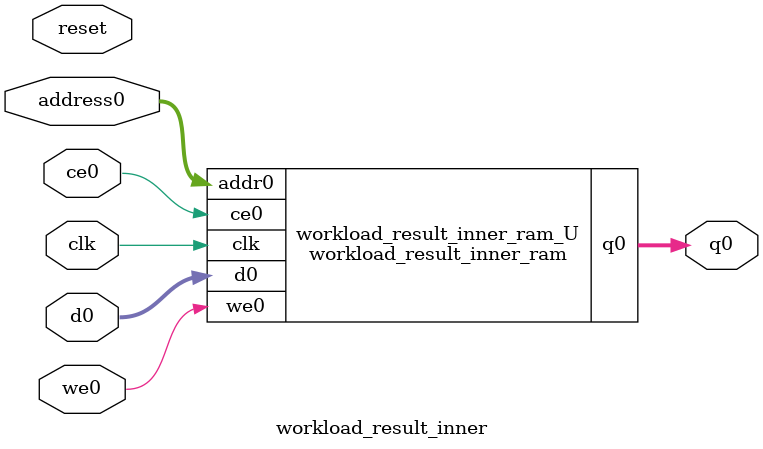
<source format=v>
`timescale 1 ns / 1 ps
module workload_result_inner_ram (addr0, ce0, d0, we0, q0,  clk);

parameter DWIDTH = 32;
parameter AWIDTH = 15;
parameter MEM_SIZE = 32768;

input[AWIDTH-1:0] addr0;
input ce0;
input[DWIDTH-1:0] d0;
input we0;
output reg[DWIDTH-1:0] q0;
input clk;

(* ram_style = "block" *)reg [DWIDTH-1:0] ram[0:MEM_SIZE-1];




always @(posedge clk)  
begin 
    if (ce0) begin
        if (we0) 
            ram[addr0] <= d0; 
        q0 <= ram[addr0];
    end
end


endmodule

`timescale 1 ns / 1 ps
module workload_result_inner(
    reset,
    clk,
    address0,
    ce0,
    we0,
    d0,
    q0);

parameter DataWidth = 32'd32;
parameter AddressRange = 32'd32768;
parameter AddressWidth = 32'd15;
input reset;
input clk;
input[AddressWidth - 1:0] address0;
input ce0;
input we0;
input[DataWidth - 1:0] d0;
output[DataWidth - 1:0] q0;



workload_result_inner_ram workload_result_inner_ram_U(
    .clk( clk ),
    .addr0( address0 ),
    .ce0( ce0 ),
    .we0( we0 ),
    .d0( d0 ),
    .q0( q0 ));

endmodule


</source>
